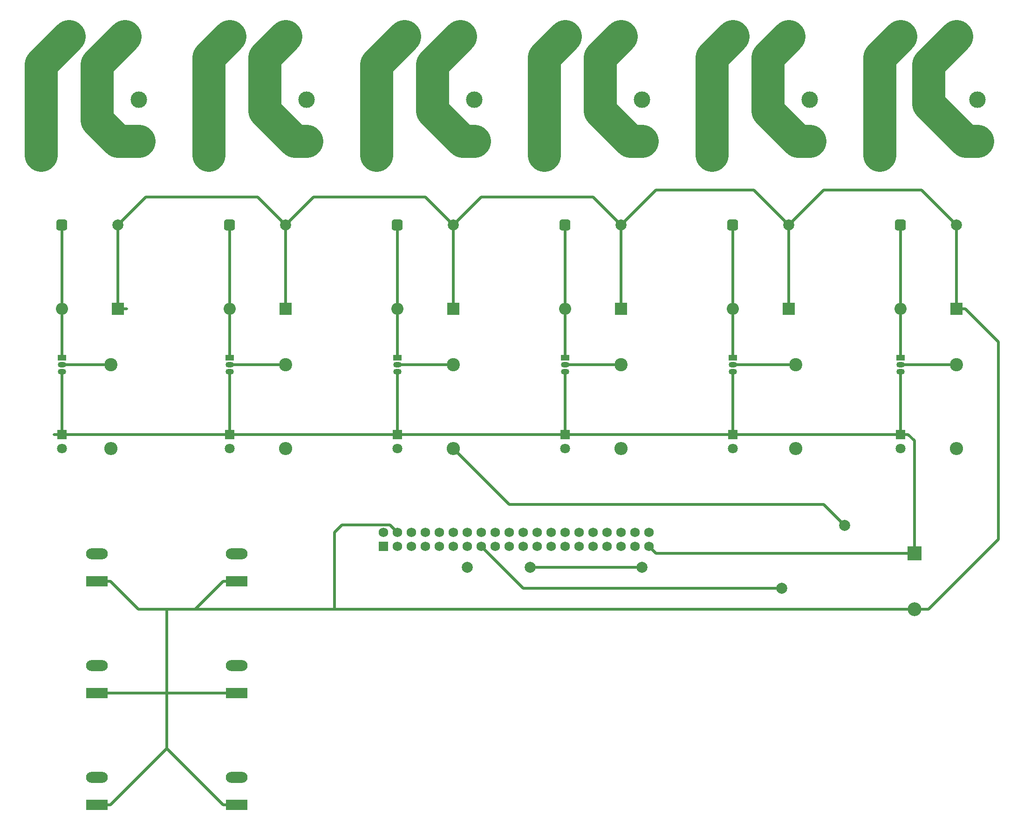
<source format=gbr>
G04 #@! TF.GenerationSoftware,KiCad,Pcbnew,5.1.5+dfsg1-2build2*
G04 #@! TF.CreationDate,2022-02-25T13:27:02+02:00*
G04 #@! TF.ProjectId,relayctl-hat,72656c61-7963-4746-9c2d-6861742e6b69,rev?*
G04 #@! TF.SameCoordinates,Original*
G04 #@! TF.FileFunction,Copper,L2,Bot*
G04 #@! TF.FilePolarity,Positive*
%FSLAX46Y46*%
G04 Gerber Fmt 4.6, Leading zero omitted, Abs format (unit mm)*
G04 Created by KiCad (PCBNEW 5.1.5+dfsg1-2build2) date 2022-02-25 13:27:02*
%MOMM*%
%LPD*%
G04 APERTURE LIST*
%ADD10C,1.750000*%
%ADD11R,1.750000X1.750000*%
%ADD12O,2.400000X2.400000*%
%ADD13C,2.400000*%
%ADD14C,2.500000*%
%ADD15R,2.500000X2.500000*%
%ADD16R,1.500000X1.050000*%
%ADD17O,1.500000X1.050000*%
%ADD18C,0.100000*%
%ADD19C,3.000000*%
%ADD20C,2.000000*%
%ADD21O,3.960000X1.980000*%
%ADD22R,3.960000X1.980000*%
%ADD23C,1.800000*%
%ADD24R,1.800000X1.800000*%
%ADD25O,2.200000X2.200000*%
%ADD26R,2.200000X2.200000*%
%ADD27C,0.500000*%
%ADD28C,6.000000*%
%ADD29C,0.250000*%
G04 APERTURE END LIST*
D10*
X137160000Y-132080000D03*
X137160000Y-129540000D03*
X134620000Y-132080000D03*
X134620000Y-129540000D03*
X132080000Y-132080000D03*
X132080000Y-129540000D03*
X129540000Y-132080000D03*
X129540000Y-129540000D03*
X127000000Y-132080000D03*
X127000000Y-129540000D03*
X119380000Y-129540000D03*
X119380000Y-132080000D03*
X114300000Y-129540000D03*
X114300000Y-132080000D03*
X111760000Y-129540000D03*
X111760000Y-132080000D03*
X109220000Y-129540000D03*
X109220000Y-132080000D03*
X106680000Y-129540000D03*
X106680000Y-132080000D03*
X104140000Y-129540000D03*
X104140000Y-132080000D03*
X101600000Y-129540000D03*
X101600000Y-132080000D03*
X99060000Y-129540000D03*
X99060000Y-132080000D03*
X96520000Y-129540000D03*
X96520000Y-132080000D03*
X93980000Y-129540000D03*
X93980000Y-132080000D03*
X91440000Y-129540000D03*
X91440000Y-132080000D03*
X88900000Y-129540000D03*
D11*
X88900000Y-132080000D03*
D10*
X116840000Y-132080000D03*
X116840000Y-129540000D03*
X124460000Y-129540000D03*
X124460000Y-132080000D03*
X121920000Y-129540000D03*
X121920000Y-132080000D03*
D12*
X101600000Y-114300000D03*
D13*
X101600000Y-99060000D03*
D14*
X193040000Y-39370000D03*
D15*
X182880000Y-39370000D03*
D14*
X162560000Y-39370000D03*
D15*
X152400000Y-39370000D03*
D14*
X132080000Y-39370000D03*
D15*
X121920000Y-39370000D03*
D14*
X102870000Y-39370000D03*
D15*
X92710000Y-39370000D03*
D14*
X71120000Y-39370000D03*
D15*
X60960000Y-39370000D03*
D14*
X41910000Y-39370000D03*
D15*
X31750000Y-39370000D03*
D12*
X193040000Y-114300000D03*
D13*
X193040000Y-99060000D03*
D12*
X163830000Y-114300000D03*
D13*
X163830000Y-99060000D03*
D12*
X132080000Y-114300000D03*
D13*
X132080000Y-99060000D03*
D12*
X71120000Y-114300000D03*
D13*
X71120000Y-99060000D03*
D12*
X39370000Y-114300000D03*
D13*
X39370000Y-99060000D03*
D16*
X182880000Y-97790000D03*
D17*
X182880000Y-100330000D03*
X182880000Y-99060000D03*
D16*
X152400000Y-97790000D03*
D17*
X152400000Y-100330000D03*
X152400000Y-99060000D03*
D16*
X121920000Y-97790000D03*
D17*
X121920000Y-100330000D03*
X121920000Y-99060000D03*
D16*
X91440000Y-97790000D03*
D17*
X91440000Y-100330000D03*
X91440000Y-99060000D03*
D16*
X60960000Y-97790000D03*
D17*
X60960000Y-100330000D03*
X60960000Y-99060000D03*
D16*
X30480000Y-97790000D03*
D17*
X30480000Y-100330000D03*
X30480000Y-99060000D03*
G04 #@! TA.AperFunction,ComponentPad*
D18*
G36*
X183409009Y-72662408D02*
G01*
X183457545Y-72669607D01*
X183505142Y-72681530D01*
X183551342Y-72698060D01*
X183595698Y-72719039D01*
X183637785Y-72744265D01*
X183677197Y-72773495D01*
X183713553Y-72806447D01*
X183746505Y-72842803D01*
X183775735Y-72882215D01*
X183800961Y-72924302D01*
X183821940Y-72968658D01*
X183838470Y-73014858D01*
X183850393Y-73062455D01*
X183857592Y-73110991D01*
X183860000Y-73160000D01*
X183860000Y-74160000D01*
X183857592Y-74209009D01*
X183850393Y-74257545D01*
X183838470Y-74305142D01*
X183821940Y-74351342D01*
X183800961Y-74395698D01*
X183775735Y-74437785D01*
X183746505Y-74477197D01*
X183713553Y-74513553D01*
X183677197Y-74546505D01*
X183637785Y-74575735D01*
X183595698Y-74600961D01*
X183551342Y-74621940D01*
X183505142Y-74638470D01*
X183457545Y-74650393D01*
X183409009Y-74657592D01*
X183360000Y-74660000D01*
X182360000Y-74660000D01*
X182310991Y-74657592D01*
X182262455Y-74650393D01*
X182214858Y-74638470D01*
X182168658Y-74621940D01*
X182124302Y-74600961D01*
X182082215Y-74575735D01*
X182042803Y-74546505D01*
X182006447Y-74513553D01*
X181973495Y-74477197D01*
X181944265Y-74437785D01*
X181919039Y-74395698D01*
X181898060Y-74351342D01*
X181881530Y-74305142D01*
X181869607Y-74257545D01*
X181862408Y-74209009D01*
X181860000Y-74160000D01*
X181860000Y-73160000D01*
X181862408Y-73110991D01*
X181869607Y-73062455D01*
X181881530Y-73014858D01*
X181898060Y-72968658D01*
X181919039Y-72924302D01*
X181944265Y-72882215D01*
X181973495Y-72842803D01*
X182006447Y-72806447D01*
X182042803Y-72773495D01*
X182082215Y-72744265D01*
X182124302Y-72719039D01*
X182168658Y-72698060D01*
X182214858Y-72681530D01*
X182262455Y-72669607D01*
X182310991Y-72662408D01*
X182360000Y-72660000D01*
X183360000Y-72660000D01*
X183409009Y-72662408D01*
G37*
G04 #@! TD.AperFunction*
D19*
X179060000Y-61000000D03*
X196860000Y-50860000D03*
X196860000Y-58460000D03*
D20*
X193060000Y-73660000D03*
G04 #@! TA.AperFunction,ComponentPad*
D18*
G36*
X152929009Y-72662408D02*
G01*
X152977545Y-72669607D01*
X153025142Y-72681530D01*
X153071342Y-72698060D01*
X153115698Y-72719039D01*
X153157785Y-72744265D01*
X153197197Y-72773495D01*
X153233553Y-72806447D01*
X153266505Y-72842803D01*
X153295735Y-72882215D01*
X153320961Y-72924302D01*
X153341940Y-72968658D01*
X153358470Y-73014858D01*
X153370393Y-73062455D01*
X153377592Y-73110991D01*
X153380000Y-73160000D01*
X153380000Y-74160000D01*
X153377592Y-74209009D01*
X153370393Y-74257545D01*
X153358470Y-74305142D01*
X153341940Y-74351342D01*
X153320961Y-74395698D01*
X153295735Y-74437785D01*
X153266505Y-74477197D01*
X153233553Y-74513553D01*
X153197197Y-74546505D01*
X153157785Y-74575735D01*
X153115698Y-74600961D01*
X153071342Y-74621940D01*
X153025142Y-74638470D01*
X152977545Y-74650393D01*
X152929009Y-74657592D01*
X152880000Y-74660000D01*
X151880000Y-74660000D01*
X151830991Y-74657592D01*
X151782455Y-74650393D01*
X151734858Y-74638470D01*
X151688658Y-74621940D01*
X151644302Y-74600961D01*
X151602215Y-74575735D01*
X151562803Y-74546505D01*
X151526447Y-74513553D01*
X151493495Y-74477197D01*
X151464265Y-74437785D01*
X151439039Y-74395698D01*
X151418060Y-74351342D01*
X151401530Y-74305142D01*
X151389607Y-74257545D01*
X151382408Y-74209009D01*
X151380000Y-74160000D01*
X151380000Y-73160000D01*
X151382408Y-73110991D01*
X151389607Y-73062455D01*
X151401530Y-73014858D01*
X151418060Y-72968658D01*
X151439039Y-72924302D01*
X151464265Y-72882215D01*
X151493495Y-72842803D01*
X151526447Y-72806447D01*
X151562803Y-72773495D01*
X151602215Y-72744265D01*
X151644302Y-72719039D01*
X151688658Y-72698060D01*
X151734858Y-72681530D01*
X151782455Y-72669607D01*
X151830991Y-72662408D01*
X151880000Y-72660000D01*
X152880000Y-72660000D01*
X152929009Y-72662408D01*
G37*
G04 #@! TD.AperFunction*
D19*
X148580000Y-61000000D03*
X166380000Y-50860000D03*
X166380000Y-58460000D03*
D20*
X162580000Y-73660000D03*
G04 #@! TA.AperFunction,ComponentPad*
D18*
G36*
X122449009Y-72662408D02*
G01*
X122497545Y-72669607D01*
X122545142Y-72681530D01*
X122591342Y-72698060D01*
X122635698Y-72719039D01*
X122677785Y-72744265D01*
X122717197Y-72773495D01*
X122753553Y-72806447D01*
X122786505Y-72842803D01*
X122815735Y-72882215D01*
X122840961Y-72924302D01*
X122861940Y-72968658D01*
X122878470Y-73014858D01*
X122890393Y-73062455D01*
X122897592Y-73110991D01*
X122900000Y-73160000D01*
X122900000Y-74160000D01*
X122897592Y-74209009D01*
X122890393Y-74257545D01*
X122878470Y-74305142D01*
X122861940Y-74351342D01*
X122840961Y-74395698D01*
X122815735Y-74437785D01*
X122786505Y-74477197D01*
X122753553Y-74513553D01*
X122717197Y-74546505D01*
X122677785Y-74575735D01*
X122635698Y-74600961D01*
X122591342Y-74621940D01*
X122545142Y-74638470D01*
X122497545Y-74650393D01*
X122449009Y-74657592D01*
X122400000Y-74660000D01*
X121400000Y-74660000D01*
X121350991Y-74657592D01*
X121302455Y-74650393D01*
X121254858Y-74638470D01*
X121208658Y-74621940D01*
X121164302Y-74600961D01*
X121122215Y-74575735D01*
X121082803Y-74546505D01*
X121046447Y-74513553D01*
X121013495Y-74477197D01*
X120984265Y-74437785D01*
X120959039Y-74395698D01*
X120938060Y-74351342D01*
X120921530Y-74305142D01*
X120909607Y-74257545D01*
X120902408Y-74209009D01*
X120900000Y-74160000D01*
X120900000Y-73160000D01*
X120902408Y-73110991D01*
X120909607Y-73062455D01*
X120921530Y-73014858D01*
X120938060Y-72968658D01*
X120959039Y-72924302D01*
X120984265Y-72882215D01*
X121013495Y-72842803D01*
X121046447Y-72806447D01*
X121082803Y-72773495D01*
X121122215Y-72744265D01*
X121164302Y-72719039D01*
X121208658Y-72698060D01*
X121254858Y-72681530D01*
X121302455Y-72669607D01*
X121350991Y-72662408D01*
X121400000Y-72660000D01*
X122400000Y-72660000D01*
X122449009Y-72662408D01*
G37*
G04 #@! TD.AperFunction*
D19*
X118100000Y-61000000D03*
X135900000Y-50860000D03*
X135900000Y-58460000D03*
D20*
X132100000Y-73660000D03*
G04 #@! TA.AperFunction,ComponentPad*
D18*
G36*
X91969009Y-72662408D02*
G01*
X92017545Y-72669607D01*
X92065142Y-72681530D01*
X92111342Y-72698060D01*
X92155698Y-72719039D01*
X92197785Y-72744265D01*
X92237197Y-72773495D01*
X92273553Y-72806447D01*
X92306505Y-72842803D01*
X92335735Y-72882215D01*
X92360961Y-72924302D01*
X92381940Y-72968658D01*
X92398470Y-73014858D01*
X92410393Y-73062455D01*
X92417592Y-73110991D01*
X92420000Y-73160000D01*
X92420000Y-74160000D01*
X92417592Y-74209009D01*
X92410393Y-74257545D01*
X92398470Y-74305142D01*
X92381940Y-74351342D01*
X92360961Y-74395698D01*
X92335735Y-74437785D01*
X92306505Y-74477197D01*
X92273553Y-74513553D01*
X92237197Y-74546505D01*
X92197785Y-74575735D01*
X92155698Y-74600961D01*
X92111342Y-74621940D01*
X92065142Y-74638470D01*
X92017545Y-74650393D01*
X91969009Y-74657592D01*
X91920000Y-74660000D01*
X90920000Y-74660000D01*
X90870991Y-74657592D01*
X90822455Y-74650393D01*
X90774858Y-74638470D01*
X90728658Y-74621940D01*
X90684302Y-74600961D01*
X90642215Y-74575735D01*
X90602803Y-74546505D01*
X90566447Y-74513553D01*
X90533495Y-74477197D01*
X90504265Y-74437785D01*
X90479039Y-74395698D01*
X90458060Y-74351342D01*
X90441530Y-74305142D01*
X90429607Y-74257545D01*
X90422408Y-74209009D01*
X90420000Y-74160000D01*
X90420000Y-73160000D01*
X90422408Y-73110991D01*
X90429607Y-73062455D01*
X90441530Y-73014858D01*
X90458060Y-72968658D01*
X90479039Y-72924302D01*
X90504265Y-72882215D01*
X90533495Y-72842803D01*
X90566447Y-72806447D01*
X90602803Y-72773495D01*
X90642215Y-72744265D01*
X90684302Y-72719039D01*
X90728658Y-72698060D01*
X90774858Y-72681530D01*
X90822455Y-72669607D01*
X90870991Y-72662408D01*
X90920000Y-72660000D01*
X91920000Y-72660000D01*
X91969009Y-72662408D01*
G37*
G04 #@! TD.AperFunction*
D19*
X87620000Y-61000000D03*
X105420000Y-50860000D03*
X105420000Y-58460000D03*
D20*
X101620000Y-73660000D03*
G04 #@! TA.AperFunction,ComponentPad*
D18*
G36*
X61489009Y-72662408D02*
G01*
X61537545Y-72669607D01*
X61585142Y-72681530D01*
X61631342Y-72698060D01*
X61675698Y-72719039D01*
X61717785Y-72744265D01*
X61757197Y-72773495D01*
X61793553Y-72806447D01*
X61826505Y-72842803D01*
X61855735Y-72882215D01*
X61880961Y-72924302D01*
X61901940Y-72968658D01*
X61918470Y-73014858D01*
X61930393Y-73062455D01*
X61937592Y-73110991D01*
X61940000Y-73160000D01*
X61940000Y-74160000D01*
X61937592Y-74209009D01*
X61930393Y-74257545D01*
X61918470Y-74305142D01*
X61901940Y-74351342D01*
X61880961Y-74395698D01*
X61855735Y-74437785D01*
X61826505Y-74477197D01*
X61793553Y-74513553D01*
X61757197Y-74546505D01*
X61717785Y-74575735D01*
X61675698Y-74600961D01*
X61631342Y-74621940D01*
X61585142Y-74638470D01*
X61537545Y-74650393D01*
X61489009Y-74657592D01*
X61440000Y-74660000D01*
X60440000Y-74660000D01*
X60390991Y-74657592D01*
X60342455Y-74650393D01*
X60294858Y-74638470D01*
X60248658Y-74621940D01*
X60204302Y-74600961D01*
X60162215Y-74575735D01*
X60122803Y-74546505D01*
X60086447Y-74513553D01*
X60053495Y-74477197D01*
X60024265Y-74437785D01*
X59999039Y-74395698D01*
X59978060Y-74351342D01*
X59961530Y-74305142D01*
X59949607Y-74257545D01*
X59942408Y-74209009D01*
X59940000Y-74160000D01*
X59940000Y-73160000D01*
X59942408Y-73110991D01*
X59949607Y-73062455D01*
X59961530Y-73014858D01*
X59978060Y-72968658D01*
X59999039Y-72924302D01*
X60024265Y-72882215D01*
X60053495Y-72842803D01*
X60086447Y-72806447D01*
X60122803Y-72773495D01*
X60162215Y-72744265D01*
X60204302Y-72719039D01*
X60248658Y-72698060D01*
X60294858Y-72681530D01*
X60342455Y-72669607D01*
X60390991Y-72662408D01*
X60440000Y-72660000D01*
X61440000Y-72660000D01*
X61489009Y-72662408D01*
G37*
G04 #@! TD.AperFunction*
D19*
X57140000Y-61000000D03*
X74940000Y-50860000D03*
X74940000Y-58460000D03*
D20*
X71140000Y-73660000D03*
G04 #@! TA.AperFunction,ComponentPad*
D18*
G36*
X31009009Y-72662408D02*
G01*
X31057545Y-72669607D01*
X31105142Y-72681530D01*
X31151342Y-72698060D01*
X31195698Y-72719039D01*
X31237785Y-72744265D01*
X31277197Y-72773495D01*
X31313553Y-72806447D01*
X31346505Y-72842803D01*
X31375735Y-72882215D01*
X31400961Y-72924302D01*
X31421940Y-72968658D01*
X31438470Y-73014858D01*
X31450393Y-73062455D01*
X31457592Y-73110991D01*
X31460000Y-73160000D01*
X31460000Y-74160000D01*
X31457592Y-74209009D01*
X31450393Y-74257545D01*
X31438470Y-74305142D01*
X31421940Y-74351342D01*
X31400961Y-74395698D01*
X31375735Y-74437785D01*
X31346505Y-74477197D01*
X31313553Y-74513553D01*
X31277197Y-74546505D01*
X31237785Y-74575735D01*
X31195698Y-74600961D01*
X31151342Y-74621940D01*
X31105142Y-74638470D01*
X31057545Y-74650393D01*
X31009009Y-74657592D01*
X30960000Y-74660000D01*
X29960000Y-74660000D01*
X29910991Y-74657592D01*
X29862455Y-74650393D01*
X29814858Y-74638470D01*
X29768658Y-74621940D01*
X29724302Y-74600961D01*
X29682215Y-74575735D01*
X29642803Y-74546505D01*
X29606447Y-74513553D01*
X29573495Y-74477197D01*
X29544265Y-74437785D01*
X29519039Y-74395698D01*
X29498060Y-74351342D01*
X29481530Y-74305142D01*
X29469607Y-74257545D01*
X29462408Y-74209009D01*
X29460000Y-74160000D01*
X29460000Y-73160000D01*
X29462408Y-73110991D01*
X29469607Y-73062455D01*
X29481530Y-73014858D01*
X29498060Y-72968658D01*
X29519039Y-72924302D01*
X29544265Y-72882215D01*
X29573495Y-72842803D01*
X29606447Y-72806447D01*
X29642803Y-72773495D01*
X29682215Y-72744265D01*
X29724302Y-72719039D01*
X29768658Y-72698060D01*
X29814858Y-72681530D01*
X29862455Y-72669607D01*
X29910991Y-72662408D01*
X29960000Y-72660000D01*
X30960000Y-72660000D01*
X31009009Y-72662408D01*
G37*
G04 #@! TD.AperFunction*
D19*
X26660000Y-61000000D03*
X44460000Y-50860000D03*
X44460000Y-58460000D03*
D20*
X40660000Y-73660000D03*
D14*
X185420000Y-143510000D03*
D15*
X185420000Y-133350000D03*
D21*
X62230000Y-174070000D03*
D22*
X62230000Y-179070000D03*
D21*
X62230000Y-153750000D03*
D22*
X62230000Y-158750000D03*
D21*
X62230000Y-133430000D03*
D22*
X62230000Y-138430000D03*
D21*
X36830000Y-174070000D03*
D22*
X36830000Y-179070000D03*
D21*
X36830000Y-153750000D03*
D22*
X36830000Y-158750000D03*
D21*
X36830000Y-133430000D03*
D22*
X36830000Y-138430000D03*
D23*
X182880000Y-114300000D03*
D24*
X182880000Y-111760000D03*
D23*
X152400000Y-114300000D03*
D24*
X152400000Y-111760000D03*
D23*
X121920000Y-114300000D03*
D24*
X121920000Y-111760000D03*
D23*
X91440000Y-114300000D03*
D24*
X91440000Y-111760000D03*
D23*
X60960000Y-114300000D03*
D24*
X60960000Y-111760000D03*
D23*
X30480000Y-114300000D03*
D24*
X30480000Y-111760000D03*
D25*
X182880000Y-88900000D03*
D26*
X193040000Y-88900000D03*
D25*
X152400000Y-88900000D03*
D26*
X162560000Y-88900000D03*
D25*
X121920000Y-88900000D03*
D26*
X132080000Y-88900000D03*
D25*
X91440000Y-88900000D03*
D26*
X101600000Y-88900000D03*
D25*
X60960000Y-88900000D03*
D26*
X71120000Y-88900000D03*
D25*
X30480000Y-88900000D03*
D26*
X40640000Y-88900000D03*
D20*
X172720000Y-128270000D03*
X161290000Y-139700000D03*
X115570000Y-135890000D03*
X135890000Y-135890000D03*
X104140000Y-135890000D03*
D27*
X30480000Y-97790000D02*
X30480000Y-88900000D01*
X30460000Y-88880000D02*
X30480000Y-88900000D01*
X30460000Y-73660000D02*
X30460000Y-88880000D01*
X59750000Y-179070000D02*
X62230000Y-179070000D01*
X49530000Y-168850000D02*
X59750000Y-179070000D01*
X49530000Y-143510000D02*
X49530000Y-168850000D01*
X90114999Y-128214999D02*
X81335001Y-128214999D01*
X91440000Y-129540000D02*
X90114999Y-128214999D01*
X80010000Y-129540000D02*
X80010000Y-143510000D01*
X81335001Y-128214999D02*
X80010000Y-129540000D01*
X185420000Y-143510000D02*
X80010000Y-143510000D01*
X62230000Y-138430000D02*
X59750000Y-138430000D01*
X59750000Y-138430000D02*
X54670000Y-143510000D01*
X50800000Y-143510000D02*
X49530000Y-143510000D01*
X54670000Y-143510000D02*
X50800000Y-143510000D01*
X80010000Y-143510000D02*
X50800000Y-143510000D01*
X39310000Y-138430000D02*
X44390000Y-143510000D01*
X36830000Y-138430000D02*
X39310000Y-138430000D01*
X44390000Y-143510000D02*
X49530000Y-143510000D01*
X36830000Y-158750000D02*
X49530000Y-158750000D01*
X62230000Y-158750000D02*
X49530000Y-158750000D01*
X39310000Y-179070000D02*
X49530000Y-168850000D01*
X36830000Y-179070000D02*
X39310000Y-179070000D01*
X71120000Y-73680000D02*
X71140000Y-73660000D01*
X101600000Y-73680000D02*
X101620000Y-73660000D01*
X132080000Y-73680000D02*
X132100000Y-73660000D01*
X71120000Y-88900000D02*
X71120000Y-87300000D01*
X71120000Y-87300000D02*
X71140000Y-87280000D01*
X42240000Y-88900000D02*
X40640000Y-88900000D01*
X41659999Y-72660001D02*
X40660000Y-73660000D01*
X193040000Y-86400000D02*
X193040000Y-88900000D01*
X193060000Y-86380000D02*
X193040000Y-86400000D01*
X193040000Y-73680000D02*
X193060000Y-73660000D01*
X193040000Y-88900000D02*
X193040000Y-73680000D01*
X162560000Y-73680000D02*
X162580000Y-73660000D01*
X162560000Y-88900000D02*
X162560000Y-73680000D01*
X132100000Y-88880000D02*
X132080000Y-88900000D01*
X132100000Y-73660000D02*
X132100000Y-88880000D01*
X101620000Y-88880000D02*
X101600000Y-88900000D01*
X101620000Y-73660000D02*
X101620000Y-88880000D01*
X71140000Y-88880000D02*
X71120000Y-88900000D01*
X71140000Y-73660000D02*
X71140000Y-88880000D01*
X40660000Y-88880000D02*
X40640000Y-88900000D01*
X40660000Y-73660000D02*
X40660000Y-88880000D01*
X185420000Y-143510000D02*
X187960000Y-143510000D01*
X187960000Y-143510000D02*
X200660000Y-130810000D01*
X194640000Y-88900000D02*
X193040000Y-88900000D01*
X200660000Y-94920000D02*
X194640000Y-88900000D01*
X200660000Y-130810000D02*
X200660000Y-94920000D01*
X193060000Y-73660000D02*
X186710000Y-67310000D01*
X168930000Y-67310000D02*
X162580000Y-73660000D01*
X186710000Y-67310000D02*
X168930000Y-67310000D01*
X162580000Y-73660000D02*
X156230000Y-67310000D01*
X138450000Y-67310000D02*
X132100000Y-73660000D01*
X156230000Y-67310000D02*
X138450000Y-67310000D01*
X132100000Y-73660000D02*
X127000000Y-68560000D01*
X127000000Y-68560000D02*
X106720000Y-68560000D01*
X106720000Y-68560000D02*
X101620000Y-73660000D01*
X101620000Y-73660000D02*
X96540000Y-68580000D01*
X76220000Y-68580000D02*
X71140000Y-73660000D01*
X96540000Y-68580000D02*
X76220000Y-68580000D01*
X71140000Y-73660000D02*
X66060000Y-68580000D01*
X45740000Y-68580000D02*
X40660000Y-73660000D01*
X66060000Y-68580000D02*
X45740000Y-68580000D01*
X60960000Y-97790000D02*
X60960000Y-88900000D01*
X60940000Y-88880000D02*
X60960000Y-88900000D01*
X60940000Y-73660000D02*
X60940000Y-88880000D01*
X91440000Y-97790000D02*
X91440000Y-88900000D01*
X91420000Y-88880000D02*
X91440000Y-88900000D01*
X91420000Y-73660000D02*
X91420000Y-88880000D01*
X121920000Y-97790000D02*
X121920000Y-88900000D01*
X121900000Y-88880000D02*
X121920000Y-88900000D01*
X121900000Y-73660000D02*
X121900000Y-88880000D01*
X152400000Y-97790000D02*
X152400000Y-88900000D01*
X152400000Y-73680000D02*
X152380000Y-73660000D01*
X152400000Y-88900000D02*
X152400000Y-73680000D01*
X182880000Y-88900000D02*
X182880000Y-97790000D01*
X182880000Y-73680000D02*
X182860000Y-73660000D01*
X182880000Y-88900000D02*
X182880000Y-73680000D01*
X138430000Y-133350000D02*
X137160000Y-132080000D01*
X30480000Y-111760000D02*
X29080000Y-111760000D01*
X185420000Y-133350000D02*
X179070000Y-133350000D01*
X60960000Y-111760000D02*
X62360000Y-111760000D01*
X179070000Y-133350000D02*
X160020000Y-133350000D01*
X91440000Y-111760000D02*
X92840000Y-111760000D01*
X30480000Y-111760000D02*
X30480000Y-100330000D01*
X60960000Y-111760000D02*
X60960000Y-100330000D01*
X91440000Y-111760000D02*
X91440000Y-110360000D01*
X91440000Y-110360000D02*
X91440000Y-100330000D01*
X121920000Y-100330000D02*
X121920000Y-111760000D01*
X152400000Y-100330000D02*
X152400000Y-111760000D01*
X182880000Y-100330000D02*
X182880000Y-111760000D01*
X160020000Y-133350000D02*
X138430000Y-133350000D01*
X184280000Y-111760000D02*
X182880000Y-111760000D01*
X185420000Y-112900000D02*
X184280000Y-111760000D01*
X185420000Y-133350000D02*
X185420000Y-112900000D01*
X182880000Y-111760000D02*
X152400000Y-111760000D01*
X152400000Y-111760000D02*
X121920000Y-111760000D01*
X121920000Y-111760000D02*
X60960000Y-111760000D01*
X60960000Y-111760000D02*
X30480000Y-111760000D01*
X30480000Y-111760000D02*
X31880000Y-111760000D01*
X168910000Y-124460000D02*
X172720000Y-128270000D01*
X111760000Y-124460000D02*
X168910000Y-124460000D01*
X101600000Y-114300000D02*
X111760000Y-124460000D01*
X114300000Y-139700000D02*
X106680000Y-132080000D01*
X161290000Y-139700000D02*
X114300000Y-139700000D01*
X135890000Y-135890000D02*
X115570000Y-135890000D01*
X30480000Y-99060000D02*
X39370000Y-99060000D01*
X62210000Y-99060000D02*
X71120000Y-99060000D01*
X60960000Y-99060000D02*
X62210000Y-99060000D01*
X91440000Y-99060000D02*
X101600000Y-99060000D01*
X123170000Y-99060000D02*
X132080000Y-99060000D01*
X121920000Y-99060000D02*
X123170000Y-99060000D01*
X152400000Y-99060000D02*
X163830000Y-99060000D01*
X182880000Y-99060000D02*
X193040000Y-99060000D01*
D28*
X44460000Y-58460000D02*
X40680000Y-58460000D01*
X40680000Y-58460000D02*
X36830000Y-54610000D01*
X36830000Y-44450000D02*
X41910000Y-39370000D01*
X36830000Y-54610000D02*
X36830000Y-44450000D01*
D29*
X30250000Y-39370000D02*
X31750000Y-39370000D01*
D28*
X26660000Y-44460000D02*
X31750000Y-39370000D01*
X26660000Y-61000000D02*
X26660000Y-44460000D01*
X67310000Y-43180000D02*
X71120000Y-39370000D01*
X67310000Y-52951320D02*
X67310000Y-43180000D01*
X72818680Y-58460000D02*
X67310000Y-52951320D01*
X74940000Y-58460000D02*
X72818680Y-58460000D01*
X57140000Y-43190000D02*
X60960000Y-39370000D01*
X57140000Y-61000000D02*
X57140000Y-43190000D01*
X103298680Y-58460000D02*
X97790000Y-52951320D01*
X105420000Y-58460000D02*
X103298680Y-58460000D01*
X97790000Y-44450000D02*
X102870000Y-39370000D01*
X97790000Y-52951320D02*
X97790000Y-44450000D01*
X87620000Y-44460000D02*
X92710000Y-39370000D01*
X87620000Y-61000000D02*
X87620000Y-44460000D01*
X133778680Y-58460000D02*
X128270000Y-52951320D01*
X135900000Y-58460000D02*
X133778680Y-58460000D01*
X128270000Y-43180000D02*
X132080000Y-39370000D01*
X128270000Y-52951320D02*
X128270000Y-43180000D01*
X118100000Y-43190000D02*
X121920000Y-39370000D01*
X118100000Y-61000000D02*
X118100000Y-43190000D01*
X164258680Y-58460000D02*
X158750000Y-52951320D01*
X166380000Y-58460000D02*
X164258680Y-58460000D01*
X158750000Y-43180000D02*
X162560000Y-39370000D01*
X158750000Y-52951320D02*
X158750000Y-43180000D01*
X148580000Y-43190000D02*
X152400000Y-39370000D01*
X148580000Y-61000000D02*
X148580000Y-43190000D01*
X194738680Y-58460000D02*
X187960000Y-51681320D01*
X196860000Y-58460000D02*
X194738680Y-58460000D01*
X187960000Y-44450000D02*
X193040000Y-39370000D01*
X187960000Y-51681320D02*
X187960000Y-44450000D01*
X179060000Y-43190000D02*
X182880000Y-39370000D01*
X179060000Y-61000000D02*
X179060000Y-43190000D01*
M02*

</source>
